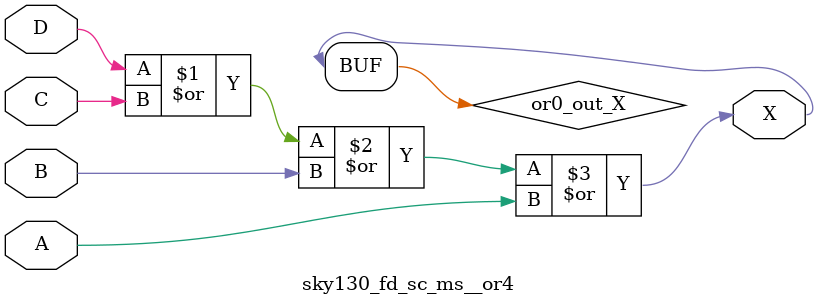
<source format=v>
/*
 * Copyright 2020 The SkyWater PDK Authors
 *
 * Licensed under the Apache License, Version 2.0 (the "License");
 * you may not use this file except in compliance with the License.
 * You may obtain a copy of the License at
 *
 *     https://www.apache.org/licenses/LICENSE-2.0
 *
 * Unless required by applicable law or agreed to in writing, software
 * distributed under the License is distributed on an "AS IS" BASIS,
 * WITHOUT WARRANTIES OR CONDITIONS OF ANY KIND, either express or implied.
 * See the License for the specific language governing permissions and
 * limitations under the License.
 *
 * SPDX-License-Identifier: Apache-2.0
*/


`ifndef SKY130_FD_SC_MS__OR4_FUNCTIONAL_V
`define SKY130_FD_SC_MS__OR4_FUNCTIONAL_V

/**
 * or4: 4-input OR.
 *
 * Verilog simulation functional model.
 */

`timescale 1ns / 1ps
`default_nettype none

`celldefine
module sky130_fd_sc_ms__or4 (
    X,
    A,
    B,
    C,
    D
);

    // Module ports
    output X;
    input  A;
    input  B;
    input  C;
    input  D;

    // Local signals
    wire or0_out_X;

    //  Name  Output     Other arguments
    or  or0  (or0_out_X, D, C, B, A     );
    buf buf0 (X        , or0_out_X      );

endmodule
`endcelldefine

`default_nettype wire
`endif  // SKY130_FD_SC_MS__OR4_FUNCTIONAL_V
</source>
